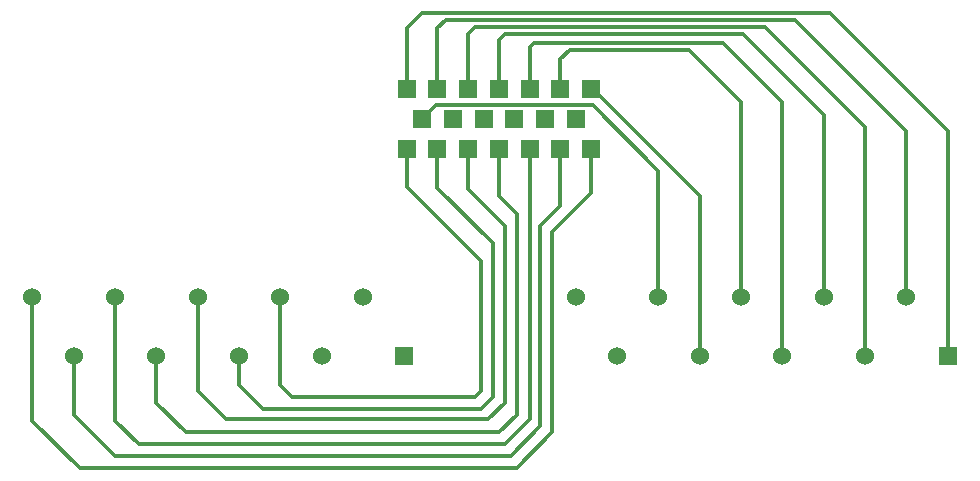
<source format=gbr>
%TF.GenerationSoftware,KiCad,Pcbnew,(6.0.4)*%
%TF.CreationDate,2022-05-07T21:31:00+10:00*%
%TF.ProjectId,mr-20-breakout,6d722d32-302d-4627-9265-616b6f75742e,rev?*%
%TF.SameCoordinates,Original*%
%TF.FileFunction,Copper,L1,Top*%
%TF.FilePolarity,Positive*%
%FSLAX46Y46*%
G04 Gerber Fmt 4.6, Leading zero omitted, Abs format (unit mm)*
G04 Created by KiCad (PCBNEW (6.0.4)) date 2022-05-07 21:31:00*
%MOMM*%
%LPD*%
G01*
G04 APERTURE LIST*
%TA.AperFunction,ComponentPad*%
%ADD10R,1.524000X1.524000*%
%TD*%
%TA.AperFunction,ComponentPad*%
%ADD11C,1.524000*%
%TD*%
%TA.AperFunction,Conductor*%
%ADD12C,0.300000*%
%TD*%
G04 APERTURE END LIST*
D10*
%TO.P,CN1,1*%
%TO.N,Net-(CN1-Pad1)*%
X140200000Y-27460000D03*
%TO.P,CN1,2*%
%TO.N,Net-(CN1-Pad2)*%
X142800000Y-27460000D03*
%TO.P,CN1,3*%
%TO.N,Net-(CN1-Pad3)*%
X145400000Y-27460000D03*
%TO.P,CN1,4*%
%TO.N,Net-(CN1-Pad4)*%
X148000000Y-27460000D03*
%TO.P,CN1,5*%
%TO.N,Net-(CN1-Pad5)*%
X150600000Y-27460000D03*
%TO.P,CN1,6*%
%TO.N,Net-(CN1-Pad6)*%
X153200000Y-27460000D03*
%TO.P,CN1,7*%
%TO.N,Net-(CN1-Pad7)*%
X155800000Y-27460000D03*
%TO.P,CN1,8*%
%TO.N,Net-(CN1-Pad8)*%
X141500000Y-30000000D03*
%TO.P,CN1,9*%
%TO.N,Net-(CN1-Pad9)*%
X144100000Y-30000000D03*
%TO.P,CN1,10*%
%TO.N,Net-(CN1-Pad10)*%
X146700000Y-30000000D03*
%TO.P,CN1,11*%
%TO.N,Net-(CN1-Pad11)*%
X149300000Y-30000000D03*
%TO.P,CN1,12*%
%TO.N,Net-(CN1-Pad12)*%
X151900000Y-30000000D03*
%TO.P,CN1,13*%
%TO.N,Net-(CN1-Pad13)*%
X154500000Y-30000000D03*
%TO.P,CN1,14*%
%TO.N,Net-(CN1-Pad14)*%
X140200000Y-32540000D03*
%TO.P,CN1,15*%
%TO.N,Net-(CN1-Pad15)*%
X142800000Y-32540000D03*
%TO.P,CN1,16*%
%TO.N,Net-(CN1-Pad16)*%
X145400000Y-32540000D03*
%TO.P,CN1,17*%
%TO.N,Net-(CN1-Pad17)*%
X148000000Y-32540000D03*
%TO.P,CN1,18*%
%TO.N,Net-(CN1-Pad18)*%
X150600000Y-32540000D03*
%TO.P,CN1,19*%
%TO.N,Net-(CN1-Pad19)*%
X153200000Y-32540000D03*
%TO.P,CN1,20*%
%TO.N,Net-(CN1-Pad20)*%
X155800000Y-32540000D03*
%TD*%
D11*
%TO.P,J2,10,Pin_10*%
%TO.N,Net-(CN1-Pad20)*%
X108500000Y-45000000D03*
%TO.P,J2,9,Pin_9*%
%TO.N,Net-(CN1-Pad19)*%
X112000000Y-50000000D03*
%TO.P,J2,8,Pin_8*%
%TO.N,Net-(CN1-Pad18)*%
X115500000Y-45000000D03*
%TO.P,J2,7,Pin_7*%
%TO.N,Net-(CN1-Pad17)*%
X119000000Y-50000000D03*
%TO.P,J2,6,Pin_6*%
%TO.N,Net-(CN1-Pad16)*%
X122500000Y-45000000D03*
%TO.P,J2,5,Pin_5*%
%TO.N,Net-(CN1-Pad15)*%
X126000000Y-50000000D03*
%TO.P,J2,4,Pin_4*%
%TO.N,Net-(CN1-Pad14)*%
X129500000Y-45000000D03*
%TO.P,J2,3,Pin_3*%
%TO.N,Net-(CN1-Pad13)*%
X133000000Y-50000000D03*
%TO.P,J2,2,Pin_2*%
%TO.N,Net-(CN1-Pad12)*%
X136500000Y-45000000D03*
D10*
%TO.P,J2,1,Pin_1*%
%TO.N,Net-(CN1-Pad11)*%
X140000000Y-50000000D03*
%TD*%
%TO.P,J1,1,Pin_1*%
%TO.N,Net-(CN1-Pad1)*%
X186000000Y-50000000D03*
D11*
%TO.P,J1,2,Pin_2*%
%TO.N,Net-(CN1-Pad2)*%
X182500000Y-45000000D03*
%TO.P,J1,3,Pin_3*%
%TO.N,Net-(CN1-Pad3)*%
X179000000Y-50000000D03*
%TO.P,J1,4,Pin_4*%
%TO.N,Net-(CN1-Pad4)*%
X175500000Y-45000000D03*
%TO.P,J1,5,Pin_5*%
%TO.N,Net-(CN1-Pad5)*%
X172000000Y-50000000D03*
%TO.P,J1,6,Pin_6*%
%TO.N,Net-(CN1-Pad6)*%
X168500000Y-45000000D03*
%TO.P,J1,7,Pin_7*%
%TO.N,Net-(CN1-Pad7)*%
X165000000Y-50000000D03*
%TO.P,J1,8,Pin_8*%
%TO.N,Net-(CN1-Pad8)*%
X161500000Y-45000000D03*
%TO.P,J1,9,Pin_9*%
%TO.N,Net-(CN1-Pad9)*%
X158000000Y-50000000D03*
%TO.P,J1,10,Pin_10*%
%TO.N,Net-(CN1-Pad10)*%
X154500000Y-45000000D03*
%TD*%
D12*
%TO.N,Net-(CN1-Pad7)*%
X165000000Y-36500000D02*
X155960000Y-27460000D01*
X155960000Y-27460000D02*
X155800000Y-27460000D01*
X165000000Y-50000000D02*
X165000000Y-36500000D01*
%TO.N,Net-(CN1-Pad8)*%
X142711511Y-28788489D02*
X155952734Y-28788489D01*
X141500000Y-30000000D02*
X142711511Y-28788489D01*
X155952734Y-28788489D02*
X161500000Y-34335755D01*
X161500000Y-34335755D02*
X161500000Y-45000000D01*
%TO.N,Net-(CN1-Pad14)*%
X129500000Y-52500000D02*
X129500000Y-45000000D01*
X146000000Y-53500000D02*
X130500000Y-53500000D01*
X146500000Y-42000000D02*
X146500000Y-53000000D01*
X146500000Y-53000000D02*
X146000000Y-53500000D01*
X140200000Y-35700000D02*
X146500000Y-42000000D01*
X140200000Y-32540000D02*
X140200000Y-35700000D01*
X130500000Y-53500000D02*
X129500000Y-52500000D01*
%TO.N,Net-(CN1-Pad16)*%
X148500000Y-39000000D02*
X145400000Y-35900000D01*
X147100000Y-55400000D02*
X148500000Y-54000000D01*
X124900000Y-55400000D02*
X147100000Y-55400000D01*
X148500000Y-54000000D02*
X148500000Y-39000000D01*
X145400000Y-35900000D02*
X145400000Y-32540000D01*
X122500000Y-45000000D02*
X122500000Y-53000000D01*
X122500000Y-53000000D02*
X124900000Y-55400000D01*
%TO.N,Net-(CN1-Pad15)*%
X126000000Y-52500000D02*
X126000000Y-50000000D01*
X128000000Y-54500000D02*
X126000000Y-52500000D01*
X147500000Y-40500000D02*
X147500000Y-53500000D01*
X146500000Y-54500000D02*
X128000000Y-54500000D01*
X142800000Y-35800000D02*
X147500000Y-40500000D01*
X142800000Y-32540000D02*
X142800000Y-35800000D01*
X147500000Y-53500000D02*
X146500000Y-54500000D01*
%TO.N,Net-(CN1-Pad17)*%
X119000000Y-54000000D02*
X119000000Y-50000000D01*
X149500000Y-55000000D02*
X148000000Y-56500000D01*
X149500000Y-38000000D02*
X149500000Y-55000000D01*
X148000000Y-56500000D02*
X121500000Y-56500000D01*
X121500000Y-56500000D02*
X119000000Y-54000000D01*
X148000000Y-36500000D02*
X149500000Y-38000000D01*
X148000000Y-32540000D02*
X148000000Y-36500000D01*
%TO.N,Net-(CN1-Pad18)*%
X115500000Y-55500000D02*
X115500000Y-45000000D01*
X117500000Y-57500000D02*
X115500000Y-55500000D01*
X148500000Y-57500000D02*
X117500000Y-57500000D01*
X150600000Y-55400000D02*
X148500000Y-57500000D01*
X150600000Y-32540000D02*
X150600000Y-55400000D01*
%TO.N,Net-(CN1-Pad19)*%
X112000000Y-55000000D02*
X112000000Y-50000000D01*
X115500000Y-58500000D02*
X112000000Y-55000000D01*
X151500000Y-56000000D02*
X149000000Y-58500000D01*
X151500000Y-39000000D02*
X151500000Y-56000000D01*
X153200000Y-37300000D02*
X151500000Y-39000000D01*
X149000000Y-58500000D02*
X115500000Y-58500000D01*
X153200000Y-32540000D02*
X153200000Y-37300000D01*
%TO.N,Net-(CN1-Pad20)*%
X112500000Y-59500000D02*
X108500000Y-55500000D01*
X152500000Y-56500000D02*
X149500000Y-59500000D01*
X152500000Y-39500000D02*
X152500000Y-56500000D01*
X155800000Y-36200000D02*
X152500000Y-39500000D01*
X149500000Y-59500000D02*
X112500000Y-59500000D01*
X108500000Y-55500000D02*
X108500000Y-45000000D01*
X155800000Y-32540000D02*
X155800000Y-36200000D01*
%TO.N,Net-(CN1-Pad5)*%
X167000000Y-23500000D02*
X172000000Y-28500000D01*
X151000000Y-23500000D02*
X167000000Y-23500000D01*
X172000000Y-28500000D02*
X172000000Y-50000000D01*
X150600000Y-27460000D02*
X150600000Y-23900000D01*
X150600000Y-23900000D02*
X151000000Y-23500000D01*
%TO.N,Net-(CN1-Pad6)*%
X164099520Y-24099520D02*
X168500000Y-28500000D01*
X154000000Y-24099520D02*
X164099520Y-24099520D01*
X168500000Y-28500000D02*
X168500000Y-45000000D01*
X153200000Y-24899520D02*
X154000000Y-24099520D01*
X153200000Y-27460000D02*
X153200000Y-24899520D01*
%TO.N,Net-(CN1-Pad4)*%
X168646409Y-22798560D02*
X175500000Y-29652151D01*
X148500000Y-22798560D02*
X168646409Y-22798560D01*
X175500000Y-29652151D02*
X175500000Y-45000000D01*
X148000000Y-23298560D02*
X148500000Y-22798560D01*
X148000000Y-27460000D02*
X148000000Y-23298560D01*
%TO.N,Net-(CN1-Pad3)*%
X179000000Y-30652150D02*
X179000000Y-50000000D01*
X146000000Y-22199040D02*
X170546890Y-22199040D01*
X170546890Y-22199040D02*
X179000000Y-30652150D01*
X145400000Y-22799040D02*
X146000000Y-22199040D01*
X145400000Y-27460000D02*
X145400000Y-22799040D01*
%TO.N,Net-(CN1-Pad2)*%
X173099520Y-21599520D02*
X182500000Y-31000000D01*
X143500000Y-21599520D02*
X173099520Y-21599520D01*
X182500000Y-31000000D02*
X182500000Y-45000000D01*
X142800000Y-22299520D02*
X143500000Y-21599520D01*
X142800000Y-27460000D02*
X142800000Y-22299520D01*
%TO.N,Net-(CN1-Pad1)*%
X186000000Y-31000000D02*
X186000000Y-50000000D01*
X176000000Y-21000000D02*
X186000000Y-31000000D01*
X141500000Y-21000000D02*
X176000000Y-21000000D01*
X140200000Y-22300000D02*
X141500000Y-21000000D01*
X140200000Y-27460000D02*
X140200000Y-22300000D01*
%TD*%
M02*

</source>
